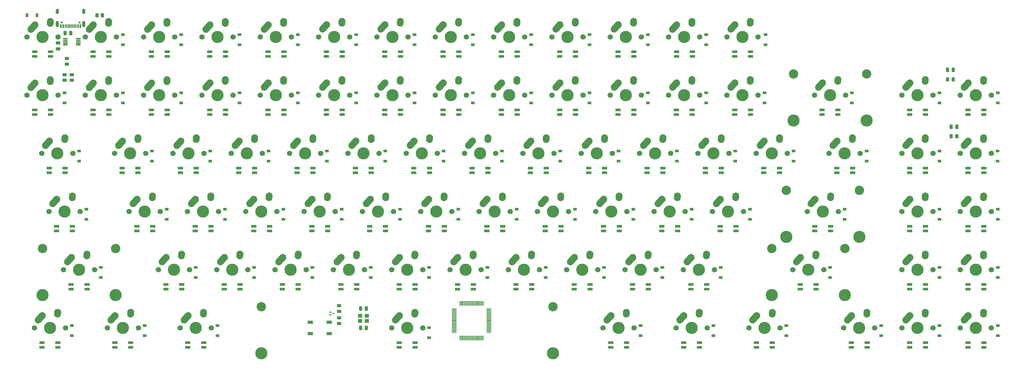
<source format=gbr>
%TF.GenerationSoftware,KiCad,Pcbnew,9.0.4*%
%TF.CreationDate,2025-09-14T19:43:05+01:00*%
%TF.ProjectId,keyboard,6b657962-6f61-4726-942e-6b696361645f,rev?*%
%TF.SameCoordinates,Original*%
%TF.FileFunction,Soldermask,Bot*%
%TF.FilePolarity,Negative*%
%FSLAX46Y46*%
G04 Gerber Fmt 4.6, Leading zero omitted, Abs format (unit mm)*
G04 Created by KiCad (PCBNEW 9.0.4) date 2025-09-14 19:43:05*
%MOMM*%
%LPD*%
G01*
G04 APERTURE LIST*
G04 Aperture macros list*
%AMRoundRect*
0 Rectangle with rounded corners*
0 $1 Rounding radius*
0 $2 $3 $4 $5 $6 $7 $8 $9 X,Y pos of 4 corners*
0 Add a 4 corners polygon primitive as box body*
4,1,4,$2,$3,$4,$5,$6,$7,$8,$9,$2,$3,0*
0 Add four circle primitives for the rounded corners*
1,1,$1+$1,$2,$3*
1,1,$1+$1,$4,$5*
1,1,$1+$1,$6,$7*
1,1,$1+$1,$8,$9*
0 Add four rect primitives between the rounded corners*
20,1,$1+$1,$2,$3,$4,$5,0*
20,1,$1+$1,$4,$5,$6,$7,0*
20,1,$1+$1,$6,$7,$8,$9,0*
20,1,$1+$1,$8,$9,$2,$3,0*%
%AMHorizOval*
0 Thick line with rounded ends*
0 $1 width*
0 $2 $3 position (X,Y) of the first rounded end (center of the circle)*
0 $4 $5 position (X,Y) of the second rounded end (center of the circle)*
0 Add line between two ends*
20,1,$1,$2,$3,$4,$5,0*
0 Add two circle primitives to create the rounded ends*
1,1,$1,$2,$3*
1,1,$1,$4,$5*%
G04 Aperture macros list end*
%ADD10C,1.750000*%
%ADD11C,3.987800*%
%ADD12HorizOval,2.250000X0.655001X0.730000X-0.655001X-0.730000X0*%
%ADD13C,2.250000*%
%ADD14HorizOval,2.250000X0.020000X0.290000X-0.020000X-0.290000X0*%
%ADD15C,3.048000*%
%ADD16R,1.700000X0.820000*%
%ADD17RoundRect,0.205000X-0.645000X-0.205000X0.645000X-0.205000X0.645000X0.205000X-0.645000X0.205000X0*%
%ADD18RoundRect,0.205000X0.645000X0.205000X-0.645000X0.205000X-0.645000X-0.205000X0.645000X-0.205000X0*%
%ADD19R,1.200000X0.900000*%
%ADD20RoundRect,0.250000X-0.450000X0.262500X-0.450000X-0.262500X0.450000X-0.262500X0.450000X0.262500X0*%
%ADD21R,1.400000X1.200000*%
%ADD22RoundRect,0.250000X0.250000X0.475000X-0.250000X0.475000X-0.250000X-0.475000X0.250000X-0.475000X0*%
%ADD23C,0.650000*%
%ADD24R,0.600000X1.240000*%
%ADD25R,0.300000X1.240000*%
%ADD26O,1.000000X1.800000*%
%ADD27O,1.000000X2.100000*%
%ADD28RoundRect,0.250000X-0.262500X-0.450000X0.262500X-0.450000X0.262500X0.450000X-0.262500X0.450000X0*%
%ADD29RoundRect,0.250000X0.450000X-0.262500X0.450000X0.262500X-0.450000X0.262500X-0.450000X-0.262500X0*%
%ADD30RoundRect,0.058800X0.691200X0.186200X-0.691200X0.186200X-0.691200X-0.186200X0.691200X-0.186200X0*%
%ADD31RoundRect,0.058800X-0.691200X-0.186200X0.691200X-0.186200X0.691200X0.186200X-0.691200X0.186200X0*%
%ADD32R,1.800000X1.100000*%
%ADD33RoundRect,0.250000X-0.250000X-0.475000X0.250000X-0.475000X0.250000X0.475000X-0.250000X0.475000X0*%
%ADD34RoundRect,0.028800X-0.301200X-0.131200X0.301200X-0.131200X0.301200X0.131200X-0.301200X0.131200X0*%
%ADD35RoundRect,0.046200X-0.283800X-0.163800X0.283800X-0.163800X0.283800X0.163800X-0.283800X0.163800X0*%
%ADD36RoundRect,0.075000X-0.075000X0.700000X-0.075000X-0.700000X0.075000X-0.700000X0.075000X0.700000X0*%
%ADD37RoundRect,0.075000X-0.700000X0.075000X-0.700000X-0.075000X0.700000X-0.075000X0.700000X0.075000X0*%
%ADD38RoundRect,0.250000X0.262500X0.450000X-0.262500X0.450000X-0.262500X-0.450000X0.262500X-0.450000X0*%
%ADD39R,0.900000X1.200000*%
%ADD40RoundRect,0.250000X0.475000X-0.250000X0.475000X0.250000X-0.475000X0.250000X-0.475000X-0.250000X0*%
%ADD41RoundRect,0.225000X0.375000X-0.225000X0.375000X0.225000X-0.375000X0.225000X-0.375000X-0.225000X0*%
G04 APERTURE END LIST*
D10*
%TO.C,MX_F9*%
X207645000Y-41275000D03*
D11*
X212725000Y-41275000D03*
D10*
X217805000Y-41275000D03*
D12*
X209570001Y-38005000D03*
D13*
X210225000Y-37275000D03*
D14*
X215245000Y-36485000D03*
D13*
X215265000Y-36195000D03*
%TD*%
D10*
%TO.C,MX_I1*%
X198120000Y-79375000D03*
D11*
X203200000Y-79375000D03*
D10*
X208280000Y-79375000D03*
D12*
X200045001Y-76105000D03*
D13*
X200700000Y-75375000D03*
D14*
X205720000Y-74585000D03*
D13*
X205740000Y-74295000D03*
%TD*%
D10*
%TO.C,MX_]1*%
X274320000Y-79375000D03*
D11*
X279400000Y-79375000D03*
D10*
X284480000Y-79375000D03*
D12*
X276245001Y-76105000D03*
D13*
X276900000Y-75375000D03*
D14*
X281920000Y-74585000D03*
D13*
X281940000Y-74295000D03*
%TD*%
D10*
%TO.C,MX_Left1*%
X302895000Y-136525000D03*
D11*
X307975000Y-136525000D03*
D10*
X313055000Y-136525000D03*
D12*
X304820001Y-133255000D03*
D13*
X305475000Y-132525000D03*
D14*
X310495000Y-131735000D03*
D13*
X310515000Y-131445000D03*
%TD*%
D10*
%TO.C,MX_R1*%
X121920000Y-79375000D03*
D11*
X127000000Y-79375000D03*
D10*
X132080000Y-79375000D03*
D12*
X123845001Y-76105000D03*
D13*
X124500000Y-75375000D03*
D14*
X129520000Y-74585000D03*
D13*
X129540000Y-74295000D03*
%TD*%
D10*
%TO.C,MX_F4*%
X112395000Y-41306250D03*
D11*
X117475000Y-41306250D03*
D10*
X122555000Y-41306250D03*
D12*
X114320001Y-38036250D03*
D13*
X114975000Y-37306250D03*
D14*
X119995000Y-36516250D03*
D13*
X120015000Y-36226250D03*
%TD*%
D10*
%TO.C,MX_F12*%
X264795000Y-41275000D03*
D11*
X269875000Y-41275000D03*
D10*
X274955000Y-41275000D03*
D12*
X266720001Y-38005000D03*
D13*
X267375000Y-37275000D03*
D14*
X272395000Y-36485000D03*
D13*
X272415000Y-36195000D03*
%TD*%
D10*
%TO.C,MX_N1*%
X174307500Y-117475000D03*
D11*
X179387500Y-117475000D03*
D10*
X184467500Y-117475000D03*
D12*
X176232501Y-114205000D03*
D13*
X176887500Y-113475000D03*
D14*
X181907500Y-112685000D03*
D13*
X181927500Y-112395000D03*
%TD*%
D10*
%TO.C,MX_T1*%
X140970000Y-79375000D03*
D11*
X146050000Y-79375000D03*
D10*
X151130000Y-79375000D03*
D12*
X142895001Y-76105000D03*
D13*
X143550000Y-75375000D03*
D14*
X148570000Y-74585000D03*
D13*
X148590000Y-74295000D03*
%TD*%
D10*
%TO.C,MX_Del1*%
X321945000Y-79375000D03*
D11*
X327025000Y-79375000D03*
D10*
X332105000Y-79375000D03*
D12*
X323870001Y-76105000D03*
D13*
X324525000Y-75375000D03*
D14*
X329545000Y-74585000D03*
D13*
X329565000Y-74295000D03*
%TD*%
D10*
%TO.C,MX_LAlt1*%
X86201250Y-136525000D03*
D11*
X91281250Y-136525000D03*
D10*
X96361250Y-136525000D03*
D12*
X88126251Y-133255000D03*
D13*
X88781250Y-132525000D03*
D14*
X93801250Y-131735000D03*
D13*
X93821250Y-131445000D03*
%TD*%
D10*
%TO.C,MX_Ins1*%
X321945000Y-60325000D03*
D11*
X327025000Y-60325000D03*
D10*
X332105000Y-60325000D03*
D12*
X323870001Y-57055000D03*
D13*
X324525000Y-56325000D03*
D14*
X329545000Y-55535000D03*
D13*
X329565000Y-55245000D03*
%TD*%
D10*
%TO.C,MX_9*%
X207645000Y-60325000D03*
D11*
X212725000Y-60325000D03*
D10*
X217805000Y-60325000D03*
D12*
X209570001Y-57055000D03*
D13*
X210225000Y-56325000D03*
D14*
X215245000Y-55535000D03*
D13*
X215265000Y-55245000D03*
%TD*%
D10*
%TO.C,MX_Y1*%
X160020000Y-79375000D03*
D11*
X165100000Y-79375000D03*
D10*
X170180000Y-79375000D03*
D12*
X161945001Y-76105000D03*
D13*
X162600000Y-75375000D03*
D14*
X167620000Y-74585000D03*
D13*
X167640000Y-74295000D03*
%TD*%
D10*
%TO.C,MX_F13*%
X126682500Y-98425000D03*
D11*
X131762500Y-98425000D03*
D10*
X136842500Y-98425000D03*
D12*
X128607501Y-95155000D03*
D13*
X129262500Y-94425000D03*
D14*
X134282500Y-93635000D03*
D13*
X134302500Y-93345000D03*
%TD*%
D10*
%TO.C,MX_F6*%
X150495000Y-41275000D03*
D11*
X155575000Y-41275000D03*
D10*
X160655000Y-41275000D03*
D12*
X152420001Y-38005000D03*
D13*
X153075000Y-37275000D03*
D14*
X158095000Y-36485000D03*
D13*
X158115000Y-36195000D03*
%TD*%
D15*
%TO.C,MX_RShift1*%
X279368250Y-110490000D03*
D11*
X279368250Y-125730000D03*
D10*
X286226250Y-117475000D03*
D11*
X291306250Y-117475000D03*
D10*
X296386250Y-117475000D03*
D15*
X303244250Y-110490000D03*
D11*
X303244250Y-125730000D03*
D12*
X288151251Y-114205000D03*
D13*
X288806250Y-113475000D03*
D14*
X293826250Y-112685000D03*
D13*
X293846250Y-112395000D03*
%TD*%
D10*
%TO.C,MX_3*%
X93345000Y-60325000D03*
D11*
X98425000Y-60325000D03*
D10*
X103505000Y-60325000D03*
D12*
X95270001Y-57055000D03*
D13*
X95925000Y-56325000D03*
D14*
X100945000Y-55535000D03*
D13*
X100965000Y-55245000D03*
%TD*%
D10*
%TO.C,MX_Tilda1*%
X36195000Y-60356250D03*
D11*
X41275000Y-60356250D03*
D10*
X46355000Y-60356250D03*
D12*
X38120001Y-57086250D03*
D13*
X38775000Y-56356250D03*
D14*
X43795000Y-55566250D03*
D13*
X43815000Y-55276250D03*
%TD*%
D10*
%TO.C,MX_RCtrl1*%
X271938750Y-136525000D03*
D11*
X277018750Y-136525000D03*
D10*
X282098750Y-136525000D03*
D12*
X273863751Y-133255000D03*
D13*
X274518750Y-132525000D03*
D14*
X279538750Y-131735000D03*
D13*
X279558750Y-131445000D03*
%TD*%
D10*
%TO.C,MX_W1*%
X83820000Y-79375000D03*
D11*
X88900000Y-79375000D03*
D10*
X93980000Y-79375000D03*
D12*
X85745001Y-76105000D03*
D13*
X86400000Y-75375000D03*
D14*
X91420000Y-74585000D03*
D13*
X91440000Y-74295000D03*
%TD*%
D10*
%TO.C,MX_LCtrl1*%
X38576250Y-136525000D03*
D11*
X43656250Y-136525000D03*
D10*
X48736250Y-136525000D03*
D12*
X40501251Y-133255000D03*
D13*
X41156250Y-132525000D03*
D14*
X46176250Y-131735000D03*
D13*
X46196250Y-131445000D03*
%TD*%
D10*
%TO.C,MX_'1*%
X260032500Y-98425000D03*
D11*
X265112500Y-98425000D03*
D10*
X270192500Y-98425000D03*
D12*
X261957501Y-95155000D03*
D13*
X262612500Y-94425000D03*
D14*
X267632500Y-93635000D03*
D13*
X267652500Y-93345000D03*
%TD*%
D10*
%TO.C,MX_J1*%
X183832500Y-98425000D03*
D11*
X188912500Y-98425000D03*
D10*
X193992500Y-98425000D03*
D12*
X185757501Y-95155000D03*
D13*
X186412500Y-94425000D03*
D14*
X191432500Y-93635000D03*
D13*
X191452500Y-93345000D03*
%TD*%
D15*
%TO.C,MX_LShift1*%
X41243250Y-110490000D03*
D11*
X41243250Y-125730000D03*
D10*
X48101250Y-117475000D03*
D11*
X53181250Y-117475000D03*
D10*
X58261250Y-117475000D03*
D15*
X65119250Y-110490000D03*
D11*
X65119250Y-125730000D03*
D12*
X50026251Y-114205000D03*
D13*
X50681250Y-113475000D03*
D14*
X55701250Y-112685000D03*
D13*
X55721250Y-112395000D03*
%TD*%
D10*
%TO.C,MX_4*%
X112395000Y-60325000D03*
D11*
X117475000Y-60325000D03*
D10*
X122555000Y-60325000D03*
D12*
X114320001Y-57055000D03*
D13*
X114975000Y-56325000D03*
D14*
X119995000Y-55535000D03*
D13*
X120015000Y-55245000D03*
%TD*%
D10*
%TO.C,MX_[1*%
X255270000Y-79375000D03*
D11*
X260350000Y-79375000D03*
D10*
X265430000Y-79375000D03*
D12*
X257195001Y-76105000D03*
D13*
X257850000Y-75375000D03*
D14*
X262870000Y-74585000D03*
D13*
X262890000Y-74295000D03*
%TD*%
D10*
%TO.C,MX_.1*%
X231457500Y-117475000D03*
D11*
X236537500Y-117475000D03*
D10*
X241617500Y-117475000D03*
D12*
X233382501Y-114205000D03*
D13*
X234037500Y-113475000D03*
D14*
X239057500Y-112685000D03*
D13*
X239077500Y-112395000D03*
%TD*%
D10*
%TO.C,MX_Up1*%
X321945000Y-117475000D03*
D11*
X327025000Y-117475000D03*
D10*
X332105000Y-117475000D03*
D12*
X323870001Y-114205000D03*
D13*
X324525000Y-113475000D03*
D14*
X329545000Y-112685000D03*
D13*
X329565000Y-112395000D03*
%TD*%
D10*
%TO.C,MX_2*%
X74295000Y-60356250D03*
D11*
X79375000Y-60356250D03*
D10*
X84455000Y-60356250D03*
D12*
X76220001Y-57086250D03*
D13*
X76875000Y-56356250D03*
D14*
X81895000Y-55566250D03*
D13*
X81915000Y-55276250D03*
%TD*%
D10*
%TO.C,MX_Esc1*%
X36195000Y-41306250D03*
D11*
X41275000Y-41306250D03*
D10*
X46355000Y-41306250D03*
D12*
X38120001Y-38036250D03*
D13*
X38775000Y-37306250D03*
D14*
X43795000Y-36516250D03*
D13*
X43815000Y-36226250D03*
%TD*%
D10*
%TO.C,MX_X1*%
X98107500Y-117475000D03*
D11*
X103187500Y-117475000D03*
D10*
X108267500Y-117475000D03*
D12*
X100032501Y-114205000D03*
D13*
X100687500Y-113475000D03*
D14*
X105707500Y-112685000D03*
D13*
X105727500Y-112395000D03*
%TD*%
D10*
%TO.C,MX_Z1*%
X79057500Y-117475000D03*
D11*
X84137500Y-117475000D03*
D10*
X89217500Y-117475000D03*
D12*
X80982501Y-114205000D03*
D13*
X81637500Y-113475000D03*
D14*
X86657500Y-112685000D03*
D13*
X86677500Y-112395000D03*
%TD*%
D10*
%TO.C,MX_7*%
X169545000Y-60325000D03*
D11*
X174625000Y-60325000D03*
D10*
X179705000Y-60325000D03*
D12*
X171470001Y-57055000D03*
D13*
X172125000Y-56325000D03*
D14*
X177145000Y-55535000D03*
D13*
X177165000Y-55245000D03*
%TD*%
D10*
%TO.C,MX_End1*%
X340995000Y-79375000D03*
D11*
X346075000Y-79375000D03*
D10*
X351155000Y-79375000D03*
D12*
X342920001Y-76105000D03*
D13*
X343575000Y-75375000D03*
D14*
X348595000Y-74585000D03*
D13*
X348615000Y-74295000D03*
%TD*%
D10*
%TO.C,MX_B1*%
X155257500Y-117475000D03*
D11*
X160337500Y-117475000D03*
D10*
X165417500Y-117475000D03*
D12*
X157182501Y-114205000D03*
D13*
X157837500Y-113475000D03*
D14*
X162857500Y-112685000D03*
D13*
X162877500Y-112395000D03*
%TD*%
D10*
%TO.C,MX_D1*%
X107632500Y-98425000D03*
D11*
X112712500Y-98425000D03*
D10*
X117792500Y-98425000D03*
D12*
X109557501Y-95155000D03*
D13*
X110212500Y-94425000D03*
D14*
X115232500Y-93635000D03*
D13*
X115252500Y-93345000D03*
%TD*%
D10*
%TO.C,MX_F1*%
X55245000Y-41306250D03*
D11*
X60325000Y-41306250D03*
D10*
X65405000Y-41306250D03*
D12*
X57170001Y-38036250D03*
D13*
X57825000Y-37306250D03*
D14*
X62845000Y-36516250D03*
D13*
X62865000Y-36226250D03*
%TD*%
D10*
%TO.C,MX_V1*%
X136207500Y-117475000D03*
D11*
X141287500Y-117475000D03*
D10*
X146367500Y-117475000D03*
D12*
X138132501Y-114205000D03*
D13*
X138787500Y-113475000D03*
D14*
X143807500Y-112685000D03*
D13*
X143827500Y-112395000D03*
%TD*%
D10*
%TO.C,MX_5*%
X131445000Y-60325000D03*
D11*
X136525000Y-60325000D03*
D10*
X141605000Y-60325000D03*
D12*
X133370001Y-57055000D03*
D13*
X134025000Y-56325000D03*
D14*
X139045000Y-55535000D03*
D13*
X139065000Y-55245000D03*
%TD*%
D10*
%TO.C,MX_PtrSc1*%
X321945000Y-98425000D03*
D11*
X327025000Y-98425000D03*
D10*
X332105000Y-98425000D03*
D12*
X323870001Y-95155000D03*
D13*
X324525000Y-94425000D03*
D14*
X329545000Y-93635000D03*
D13*
X329565000Y-93345000D03*
%TD*%
D10*
%TO.C,MX_1*%
X55245000Y-60356250D03*
D11*
X60325000Y-60356250D03*
D10*
X65405000Y-60356250D03*
D12*
X57170001Y-57086250D03*
D13*
X57825000Y-56356250D03*
D14*
X62845000Y-55566250D03*
D13*
X62865000Y-55276250D03*
%TD*%
D10*
%TO.C,MX_PgDn1*%
X340995000Y-117475000D03*
D11*
X346075000Y-117475000D03*
D10*
X351155000Y-117475000D03*
D12*
X342920001Y-114205000D03*
D13*
X343575000Y-113475000D03*
D14*
X348595000Y-112685000D03*
D13*
X348615000Y-112395000D03*
%TD*%
D10*
%TO.C,MX_F8*%
X188595000Y-41306250D03*
D11*
X193675000Y-41306250D03*
D10*
X198755000Y-41306250D03*
D12*
X190520001Y-38036250D03*
D13*
X191175000Y-37306250D03*
D14*
X196195000Y-36516250D03*
D13*
X196215000Y-36226250D03*
%TD*%
D15*
%TO.C,MX_BckSpace1*%
X286512000Y-53340000D03*
D11*
X286512000Y-68580000D03*
D10*
X293370000Y-60325000D03*
D11*
X298450000Y-60325000D03*
D10*
X303530000Y-60325000D03*
D15*
X310388000Y-53340000D03*
D11*
X310388000Y-68580000D03*
D12*
X295295001Y-57055000D03*
D13*
X295950000Y-56325000D03*
D14*
X300970000Y-55535000D03*
D13*
X300990000Y-55245000D03*
%TD*%
D15*
%TO.C,MX_Space1*%
X112712500Y-129540000D03*
D11*
X112712500Y-144780000D03*
D10*
X155257500Y-136525000D03*
D11*
X160337500Y-136525000D03*
D10*
X165417500Y-136525000D03*
D15*
X207962500Y-129540000D03*
D11*
X207962500Y-144780000D03*
D12*
X157182501Y-133255000D03*
D13*
X157837500Y-132525000D03*
D14*
X162857500Y-131735000D03*
D13*
X162877500Y-131445000D03*
%TD*%
D10*
%TO.C,MX_H1*%
X164782500Y-98425000D03*
D11*
X169862500Y-98425000D03*
D10*
X174942500Y-98425000D03*
D12*
X166707501Y-95155000D03*
D13*
X167362500Y-94425000D03*
D14*
X172382500Y-93635000D03*
D13*
X172402500Y-93345000D03*
%TD*%
D10*
%TO.C,MX_Caps1*%
X43338750Y-98425000D03*
D11*
X48418750Y-98425000D03*
D10*
X53498750Y-98425000D03*
D12*
X45263751Y-95155000D03*
D13*
X45918750Y-94425000D03*
D14*
X50938750Y-93635000D03*
D13*
X50958750Y-93345000D03*
%TD*%
D10*
%TO.C,MX_6*%
X150495000Y-60325000D03*
D11*
X155575000Y-60325000D03*
D10*
X160655000Y-60325000D03*
D12*
X152420001Y-57055000D03*
D13*
X153075000Y-56325000D03*
D14*
X158095000Y-55535000D03*
D13*
X158115000Y-55245000D03*
%TD*%
D10*
%TO.C,MX_RAlt1*%
X224313750Y-136525000D03*
D11*
X229393750Y-136525000D03*
D10*
X234473750Y-136525000D03*
D12*
X226238751Y-133255000D03*
D13*
X226893750Y-132525000D03*
D14*
X231913750Y-131735000D03*
D13*
X231933750Y-131445000D03*
%TD*%
D10*
%TO.C,MX_LWin1*%
X62388750Y-136525000D03*
D11*
X67468750Y-136525000D03*
D10*
X72548750Y-136525000D03*
D12*
X64313751Y-133255000D03*
D13*
X64968750Y-132525000D03*
D14*
X69988750Y-131735000D03*
D13*
X70008750Y-131445000D03*
%TD*%
D10*
%TO.C,MX_C1*%
X117157500Y-117475000D03*
D11*
X122237500Y-117475000D03*
D10*
X127317500Y-117475000D03*
D12*
X119082501Y-114205000D03*
D13*
X119737500Y-113475000D03*
D14*
X124757500Y-112685000D03*
D13*
X124777500Y-112395000D03*
%TD*%
D10*
%TO.C,MX_F7*%
X169545000Y-41275000D03*
D11*
X174625000Y-41275000D03*
D10*
X179705000Y-41275000D03*
D12*
X171470001Y-38005000D03*
D13*
X172125000Y-37275000D03*
D14*
X177145000Y-36485000D03*
D13*
X177165000Y-36195000D03*
%TD*%
D10*
%TO.C,MX_F11*%
X245745000Y-41306250D03*
D11*
X250825000Y-41306250D03*
D10*
X255905000Y-41306250D03*
D12*
X247670001Y-38036250D03*
D13*
X248325000Y-37306250D03*
D14*
X253345000Y-36516250D03*
D13*
X253365000Y-36226250D03*
%TD*%
D10*
%TO.C,MX_M1*%
X193357500Y-117475000D03*
D11*
X198437500Y-117475000D03*
D10*
X203517500Y-117475000D03*
D12*
X195282501Y-114205000D03*
D13*
X195937500Y-113475000D03*
D14*
X200957500Y-112685000D03*
D13*
X200977500Y-112395000D03*
%TD*%
D10*
%TO.C,MX_Q1*%
X64770000Y-79375000D03*
D11*
X69850000Y-79375000D03*
D10*
X74930000Y-79375000D03*
D12*
X66695001Y-76105000D03*
D13*
X67350000Y-75375000D03*
D14*
X72370000Y-74585000D03*
D13*
X72390000Y-74295000D03*
%TD*%
D10*
%TO.C,MX_-1*%
X245745000Y-60325000D03*
D11*
X250825000Y-60325000D03*
D10*
X255905000Y-60325000D03*
D12*
X247670001Y-57055000D03*
D13*
X248325000Y-56325000D03*
D14*
X253345000Y-55535000D03*
D13*
X253365000Y-55245000D03*
%TD*%
D10*
%TO.C,MX_E1*%
X102870000Y-79375000D03*
D11*
X107950000Y-79375000D03*
D10*
X113030000Y-79375000D03*
D12*
X104795001Y-76105000D03*
D13*
X105450000Y-75375000D03*
D14*
X110470000Y-74585000D03*
D13*
X110490000Y-74295000D03*
%TD*%
D10*
%TO.C,MX_A1*%
X69532500Y-98425000D03*
D11*
X74612500Y-98425000D03*
D10*
X79692500Y-98425000D03*
D12*
X71457501Y-95155000D03*
D13*
X72112500Y-94425000D03*
D14*
X77132500Y-93635000D03*
D13*
X77152500Y-93345000D03*
%TD*%
D10*
%TO.C,MX_Tab1*%
X40957500Y-79375000D03*
D11*
X46037500Y-79375000D03*
D10*
X51117500Y-79375000D03*
D12*
X42882501Y-76105000D03*
D13*
X43537500Y-75375000D03*
D14*
X48557500Y-74585000D03*
D13*
X48577500Y-74295000D03*
%TD*%
D10*
%TO.C,MX_O1*%
X217170000Y-79375000D03*
D11*
X222250000Y-79375000D03*
D10*
X227330000Y-79375000D03*
D12*
X219095001Y-76105000D03*
D13*
X219750000Y-75375000D03*
D14*
X224770000Y-74585000D03*
D13*
X224790000Y-74295000D03*
%TD*%
D10*
%TO.C,MX_Right1*%
X340995000Y-136525000D03*
D11*
X346075000Y-136525000D03*
D10*
X351155000Y-136525000D03*
D12*
X342920001Y-133255000D03*
D13*
X343575000Y-132525000D03*
D14*
X348595000Y-131735000D03*
D13*
X348615000Y-131445000D03*
%TD*%
D10*
%TO.C,MX_U1*%
X179070000Y-79375000D03*
D11*
X184150000Y-79375000D03*
D10*
X189230000Y-79375000D03*
D12*
X180995001Y-76105000D03*
D13*
X181650000Y-75375000D03*
D14*
X186670000Y-74585000D03*
D13*
X186690000Y-74295000D03*
%TD*%
D10*
%TO.C,MX_\u005C1*%
X298132500Y-79375000D03*
D11*
X303212500Y-79375000D03*
D10*
X308292500Y-79375000D03*
D12*
X300057501Y-76105000D03*
D13*
X300712500Y-75375000D03*
D14*
X305732500Y-74585000D03*
D13*
X305752500Y-74295000D03*
%TD*%
D10*
%TO.C,MX_PgUp1*%
X340995000Y-98425000D03*
D11*
X346075000Y-98425000D03*
D10*
X351155000Y-98425000D03*
D12*
X342920001Y-95155000D03*
D13*
X343575000Y-94425000D03*
D14*
X348595000Y-93635000D03*
D13*
X348615000Y-93345000D03*
%TD*%
D10*
%TO.C,MX_F3*%
X93345000Y-41306250D03*
D11*
X98425000Y-41306250D03*
D10*
X103505000Y-41306250D03*
D12*
X95270001Y-38036250D03*
D13*
X95925000Y-37306250D03*
D14*
X100945000Y-36516250D03*
D13*
X100965000Y-36226250D03*
%TD*%
D10*
%TO.C,MX_;1*%
X240982500Y-98425000D03*
D11*
X246062500Y-98425000D03*
D10*
X251142500Y-98425000D03*
D12*
X242907501Y-95155000D03*
D13*
X243562500Y-94425000D03*
D14*
X248582500Y-93635000D03*
D13*
X248602500Y-93345000D03*
%TD*%
D10*
%TO.C,MX_P1*%
X236220000Y-79375000D03*
D11*
X241300000Y-79375000D03*
D10*
X246380000Y-79375000D03*
D12*
X238145001Y-76105000D03*
D13*
X238800000Y-75375000D03*
D14*
X243820000Y-74585000D03*
D13*
X243840000Y-74295000D03*
%TD*%
D10*
%TO.C,MX_Down1*%
X321945000Y-136525000D03*
D11*
X327025000Y-136525000D03*
D10*
X332105000Y-136525000D03*
D12*
X323870001Y-133255000D03*
D13*
X324525000Y-132525000D03*
D14*
X329545000Y-131735000D03*
D13*
X329565000Y-131445000D03*
%TD*%
D10*
%TO.C,MX_F5*%
X131445000Y-41275000D03*
D11*
X136525000Y-41275000D03*
D10*
X141605000Y-41275000D03*
D12*
X133370001Y-38005000D03*
D13*
X134025000Y-37275000D03*
D14*
X139045000Y-36485000D03*
D13*
X139065000Y-36195000D03*
%TD*%
D15*
%TO.C,MX_Enter1*%
X284130750Y-91440000D03*
D11*
X284130750Y-106680000D03*
D10*
X290988750Y-98425000D03*
D11*
X296068750Y-98425000D03*
D10*
X301148750Y-98425000D03*
D15*
X308006750Y-91440000D03*
D11*
X308006750Y-106680000D03*
D12*
X292913751Y-95155000D03*
D13*
X293568750Y-94425000D03*
D14*
X298588750Y-93635000D03*
D13*
X298608750Y-93345000D03*
%TD*%
D10*
%TO.C,MX_\u002C1*%
X212407500Y-117475000D03*
D11*
X217487500Y-117475000D03*
D10*
X222567500Y-117475000D03*
D12*
X214332501Y-114205000D03*
D13*
X214987500Y-113475000D03*
D14*
X220007500Y-112685000D03*
D13*
X220027500Y-112395000D03*
%TD*%
D10*
%TO.C,MX_G1*%
X145732500Y-98425000D03*
D11*
X150812500Y-98425000D03*
D10*
X155892500Y-98425000D03*
D12*
X147657501Y-95155000D03*
D13*
X148312500Y-94425000D03*
D14*
X153332500Y-93635000D03*
D13*
X153352500Y-93345000D03*
%TD*%
D10*
%TO.C,MX_F2*%
X74295000Y-41306250D03*
D11*
X79375000Y-41306250D03*
D10*
X84455000Y-41306250D03*
D12*
X76220001Y-38036250D03*
D13*
X76875000Y-37306250D03*
D14*
X81895000Y-36516250D03*
D13*
X81915000Y-36226250D03*
%TD*%
D10*
%TO.C,MX_=1*%
X264795000Y-60325000D03*
D11*
X269875000Y-60325000D03*
D10*
X274955000Y-60325000D03*
D12*
X266720001Y-57055000D03*
D13*
X267375000Y-56325000D03*
D14*
X272395000Y-55535000D03*
D13*
X272415000Y-55245000D03*
%TD*%
D10*
%TO.C,MX_0*%
X226695000Y-60325000D03*
D11*
X231775000Y-60325000D03*
D10*
X236855000Y-60325000D03*
D12*
X228620001Y-57055000D03*
D13*
X229275000Y-56325000D03*
D14*
X234295000Y-55535000D03*
D13*
X234315000Y-55245000D03*
%TD*%
D10*
%TO.C,MX_S1*%
X88582500Y-98425000D03*
D11*
X93662500Y-98425000D03*
D10*
X98742500Y-98425000D03*
D12*
X90507501Y-95155000D03*
D13*
X91162500Y-94425000D03*
D14*
X96182500Y-93635000D03*
D13*
X96202500Y-93345000D03*
%TD*%
D10*
%TO.C,MX_RWin1*%
X248126250Y-136525000D03*
D11*
X253206250Y-136525000D03*
D10*
X258286250Y-136525000D03*
D12*
X250051251Y-133255000D03*
D13*
X250706250Y-132525000D03*
D14*
X255726250Y-131735000D03*
D13*
X255746250Y-131445000D03*
%TD*%
D10*
%TO.C,MX_8*%
X188595000Y-60325000D03*
D11*
X193675000Y-60325000D03*
D10*
X198755000Y-60325000D03*
D12*
X190520001Y-57055000D03*
D13*
X191175000Y-56325000D03*
D14*
X196195000Y-55535000D03*
D13*
X196215000Y-55245000D03*
%TD*%
D10*
%TO.C,MX_K1*%
X202882500Y-98425000D03*
D11*
X207962500Y-98425000D03*
D10*
X213042500Y-98425000D03*
D12*
X204807501Y-95155000D03*
D13*
X205462500Y-94425000D03*
D14*
X210482500Y-93635000D03*
D13*
X210502500Y-93345000D03*
%TD*%
D10*
%TO.C,MX_L1*%
X221932500Y-98425000D03*
D11*
X227012500Y-98425000D03*
D10*
X232092500Y-98425000D03*
D12*
X223857501Y-95155000D03*
D13*
X224512500Y-94425000D03*
D14*
X229532500Y-93635000D03*
D13*
X229552500Y-93345000D03*
%TD*%
D10*
%TO.C,MX_F10*%
X226695000Y-41275000D03*
D11*
X231775000Y-41275000D03*
D10*
X236855000Y-41275000D03*
D12*
X228620001Y-38005000D03*
D13*
X229275000Y-37275000D03*
D14*
X234295000Y-36485000D03*
D13*
X234315000Y-36195000D03*
%TD*%
D10*
%TO.C,MX_Home1*%
X340995000Y-60325000D03*
D11*
X346075000Y-60325000D03*
D10*
X351155000Y-60325000D03*
D12*
X342920001Y-57055000D03*
D13*
X343575000Y-56325000D03*
D14*
X348595000Y-55535000D03*
D13*
X348615000Y-55245000D03*
%TD*%
D10*
%TO.C,MX_/1*%
X250507500Y-117475000D03*
D11*
X255587500Y-117475000D03*
D10*
X260667500Y-117475000D03*
D12*
X252432501Y-114205000D03*
D13*
X253087500Y-113475000D03*
D14*
X258107500Y-112685000D03*
D13*
X258127500Y-112395000D03*
%TD*%
D16*
%TO.C,LED_=1*%
X267284200Y-65131250D03*
X267284200Y-66631250D03*
D17*
X272465800Y-66631250D03*
D16*
X272465800Y-65131250D03*
%TD*%
%TO.C,LED_RSHIFT1*%
X293897050Y-123781250D03*
X293897050Y-122281250D03*
D18*
X288715450Y-122281250D03*
D16*
X288715450Y-123781250D03*
%TD*%
D19*
%TO.C,D41*%
X186531250Y-120014000D03*
X186531250Y-116714000D03*
%TD*%
D20*
%TO.C,R5*%
X49212500Y-48300000D03*
X49212500Y-50125000D03*
%TD*%
D16*
%TO.C,LED_B1*%
X162928300Y-123781250D03*
X162928300Y-122281250D03*
D18*
X157746700Y-122281250D03*
D16*
X157746700Y-123781250D03*
%TD*%
%TO.C,LED_CAPS1*%
X45827950Y-103231250D03*
X45827950Y-104731250D03*
D17*
X51009550Y-104731250D03*
D16*
X51009550Y-103231250D03*
%TD*%
D19*
%TO.C,D5*%
X53181250Y-81914000D03*
X53181250Y-78614000D03*
%TD*%
%TO.C,D12*%
X74612500Y-139064000D03*
X74612500Y-135764000D03*
%TD*%
D16*
%TO.C,LED_-1*%
X248234200Y-65131250D03*
X248234200Y-66631250D03*
D17*
X253415800Y-66631250D03*
D16*
X253415800Y-65131250D03*
%TD*%
D19*
%TO.C,D21*%
X115093750Y-81914000D03*
X115093750Y-78614000D03*
%TD*%
D16*
%TO.C,LED_]1*%
X281990800Y-85681250D03*
X281990800Y-84181250D03*
D18*
X276809200Y-84181250D03*
D16*
X276809200Y-85681250D03*
%TD*%
D19*
%TO.C,D86*%
X334168750Y-62864000D03*
X334168750Y-59564000D03*
%TD*%
D16*
%TO.C,LED_Home1*%
X343484200Y-65131250D03*
X343484200Y-66631250D03*
D17*
X348665800Y-66631250D03*
D16*
X348665800Y-65131250D03*
%TD*%
D19*
%TO.C,D60*%
X353218750Y-139064000D03*
X353218750Y-135764000D03*
%TD*%
%TO.C,D33*%
X153193750Y-81914000D03*
X153193750Y-78614000D03*
%TD*%
D16*
%TO.C,LED_F1*%
X62915800Y-47581250D03*
X62915800Y-46081250D03*
D18*
X57734200Y-46081250D03*
D16*
X57734200Y-47581250D03*
%TD*%
%TO.C,LED_M1*%
X201028300Y-123781250D03*
X201028300Y-122281250D03*
D18*
X195846700Y-122281250D03*
D16*
X195846700Y-123781250D03*
%TD*%
D19*
%TO.C,D62*%
X238918750Y-62864000D03*
X238918750Y-59564000D03*
%TD*%
D16*
%TO.C,LED_L1*%
X224421700Y-103231250D03*
X224421700Y-104731250D03*
D17*
X229603300Y-104731250D03*
D16*
X229603300Y-103231250D03*
%TD*%
%TO.C,LED_LSHIFT1*%
X55772050Y-123781250D03*
X55772050Y-122281250D03*
D18*
X50590450Y-122281250D03*
D16*
X50590450Y-123781250D03*
%TD*%
D19*
%TO.C,D15*%
X96043750Y-81914000D03*
X96043750Y-78614000D03*
%TD*%
D21*
%TO.C,Y1*%
X147150000Y-134200000D03*
X144950000Y-134200000D03*
X144950000Y-132500000D03*
X147150000Y-132500000D03*
%TD*%
D19*
%TO.C,D18*%
X98425000Y-139064000D03*
X98425000Y-135764000D03*
%TD*%
%TO.C,D10*%
X81756250Y-100964000D03*
X81756250Y-97664000D03*
%TD*%
D16*
%TO.C,LED_Ins1*%
X324434200Y-65131250D03*
X324434200Y-66631250D03*
D17*
X329615800Y-66631250D03*
D16*
X329615800Y-65131250D03*
%TD*%
%TO.C,LED_Del1*%
X329615800Y-85681250D03*
X329615800Y-84181250D03*
D18*
X324434200Y-84181250D03*
D16*
X324434200Y-85681250D03*
%TD*%
%TO.C,LED_F13*%
X129171700Y-103231250D03*
X129171700Y-104731250D03*
D17*
X134353300Y-104731250D03*
D16*
X134353300Y-103231250D03*
%TD*%
%TO.C,LED_F9*%
X215315800Y-47581250D03*
X215315800Y-46081250D03*
D18*
X210134200Y-46081250D03*
D16*
X210134200Y-47581250D03*
%TD*%
D19*
%TO.C,D20*%
X105568750Y-62864000D03*
X105568750Y-59564000D03*
%TD*%
D16*
%TO.C,LED_F6*%
X158165800Y-47581250D03*
X158165800Y-46081250D03*
D18*
X152984200Y-46081250D03*
D16*
X152984200Y-47581250D03*
%TD*%
D19*
%TO.C,D22*%
X119856250Y-100964000D03*
X119856250Y-97664000D03*
%TD*%
D22*
%TO.C,C2*%
X147000000Y-130175000D03*
X145100000Y-130175000D03*
%TD*%
D16*
%TO.C,LED_F8*%
X196265800Y-47581250D03*
X196265800Y-46081250D03*
D18*
X191084200Y-46081250D03*
D16*
X191084200Y-47581250D03*
%TD*%
%TO.C,LED_UP1*%
X329615800Y-123781250D03*
X329615800Y-122281250D03*
D18*
X324434200Y-122281250D03*
D16*
X324434200Y-123781250D03*
%TD*%
%TO.C,LED_I1*%
X205790800Y-85681250D03*
X205790800Y-84181250D03*
D18*
X200609200Y-84181250D03*
D16*
X200609200Y-85681250D03*
%TD*%
D23*
%TO.C,J3*%
X47529000Y-36560000D03*
X53309000Y-36560000D03*
D24*
X47219000Y-37680000D03*
X48019000Y-37680000D03*
D25*
X49169000Y-37680000D03*
X50169000Y-37680000D03*
X50669000Y-37680000D03*
X51669000Y-37680000D03*
D24*
X52819000Y-37680000D03*
X53619000Y-37680000D03*
X53619000Y-37680000D03*
X52819000Y-37680000D03*
D25*
X52169000Y-37680000D03*
X51169000Y-37680000D03*
X49669000Y-37680000D03*
X48669000Y-37680000D03*
D24*
X48019000Y-37680000D03*
X47219000Y-37680000D03*
D26*
X46099000Y-32880000D03*
D27*
X46099000Y-37080000D03*
D26*
X54739000Y-32880000D03*
D27*
X54739000Y-37080000D03*
%TD*%
D19*
%TO.C,D47*%
X205581250Y-120014000D03*
X205581250Y-116714000D03*
%TD*%
%TO.C,D11*%
X91281250Y-120014000D03*
X91281250Y-116714000D03*
%TD*%
D16*
%TO.C,LED_\u005C1*%
X305803300Y-85681250D03*
X305803300Y-84181250D03*
D18*
X300621700Y-84181250D03*
D16*
X300621700Y-85681250D03*
%TD*%
D19*
%TO.C,D61*%
X238918750Y-43814000D03*
X238918750Y-40514000D03*
%TD*%
%TO.C,D67*%
X257968750Y-43814000D03*
X257968750Y-40514000D03*
%TD*%
D16*
%TO.C,LED_Y1*%
X167690800Y-85681250D03*
X167690800Y-84181250D03*
D18*
X162509200Y-84181250D03*
D16*
X162509200Y-85681250D03*
%TD*%
%TO.C,LED_5*%
X133934200Y-65131250D03*
X133934200Y-66631250D03*
D17*
X139115800Y-66631250D03*
D16*
X139115800Y-65131250D03*
%TD*%
D19*
%TO.C,D34*%
X157956250Y-100964000D03*
X157956250Y-97664000D03*
%TD*%
D16*
%TO.C,LED_T1*%
X148640800Y-85681250D03*
X148640800Y-84181250D03*
D18*
X143459200Y-84181250D03*
D16*
X143459200Y-85681250D03*
%TD*%
%TO.C,LED_K1*%
X205371700Y-103231250D03*
X205371700Y-104731250D03*
D17*
X210553300Y-104731250D03*
D16*
X210553300Y-103231250D03*
%TD*%
D19*
%TO.C,D71*%
X298450000Y-120014000D03*
X298450000Y-116714000D03*
%TD*%
%TO.C,D26*%
X124618750Y-62864000D03*
X124618750Y-59564000D03*
%TD*%
%TO.C,D77*%
X334168750Y-120014000D03*
X334168750Y-116714000D03*
%TD*%
D20*
%TO.C,R3*%
X50800000Y-53594000D03*
X50800000Y-55419000D03*
%TD*%
D16*
%TO.C,LED_F2*%
X81965800Y-47581250D03*
X81965800Y-46081250D03*
D18*
X76784200Y-46081250D03*
D16*
X76784200Y-47581250D03*
%TD*%
D19*
%TO.C,D7*%
X60325000Y-120014000D03*
X60325000Y-116714000D03*
%TD*%
D16*
%TO.C,LED_\u002C1*%
X220078300Y-123781250D03*
X220078300Y-122281250D03*
D18*
X214896700Y-122281250D03*
D16*
X214896700Y-123781250D03*
%TD*%
%TO.C,LED_SPACE1*%
X157746700Y-141331250D03*
X157746700Y-142831250D03*
D17*
X162928300Y-142831250D03*
D16*
X162928300Y-141331250D03*
%TD*%
D19*
%TO.C,D29*%
X148431250Y-120014000D03*
X148431250Y-116714000D03*
%TD*%
%TO.C,D80*%
X305593750Y-62864000D03*
X305593750Y-59564000D03*
%TD*%
D16*
%TO.C,LED_.1*%
X239128300Y-123781250D03*
X239128300Y-122281250D03*
D18*
X233946700Y-122281250D03*
D16*
X233946700Y-123781250D03*
%TD*%
%TO.C,LED_PRTSCN1*%
X324434200Y-103231250D03*
X324434200Y-104731250D03*
D17*
X329615800Y-104731250D03*
D16*
X329615800Y-103231250D03*
%TD*%
%TO.C,LED_7*%
X172034200Y-65131250D03*
X172034200Y-66631250D03*
D17*
X177215800Y-66631250D03*
D16*
X177215800Y-65131250D03*
%TD*%
D19*
%TO.C,D76*%
X303212500Y-100964000D03*
X303212500Y-97664000D03*
%TD*%
D16*
%TO.C,LED_6*%
X152984200Y-65131250D03*
X152984200Y-66631250D03*
D17*
X158165800Y-66631250D03*
D16*
X158165800Y-65131250D03*
%TD*%
%TO.C,LED_Tilda1*%
X38684200Y-65131250D03*
X38684200Y-66631250D03*
D17*
X43865800Y-66631250D03*
D16*
X43865800Y-65131250D03*
%TD*%
%TO.C,LED_G1*%
X148100450Y-103231250D03*
X148100450Y-104731250D03*
D17*
X153282050Y-104731250D03*
D16*
X153282050Y-103231250D03*
%TD*%
D19*
%TO.C,D38*%
X162718750Y-62864000D03*
X162718750Y-59564000D03*
%TD*%
D16*
%TO.C,LED_F5*%
X139115800Y-47581250D03*
X139115800Y-46081250D03*
D18*
X133934200Y-46081250D03*
D16*
X133934200Y-47581250D03*
%TD*%
D19*
%TO.C,D51*%
X210343750Y-81914000D03*
X210343750Y-78614000D03*
%TD*%
D16*
%TO.C,LED_RIGHT1*%
X343484200Y-141331250D03*
X343484200Y-142831250D03*
D17*
X348665800Y-142831250D03*
D16*
X348665800Y-141331250D03*
%TD*%
D19*
%TO.C,D24*%
X167481250Y-139762500D03*
X167481250Y-136462500D03*
%TD*%
%TO.C,D55*%
X219868750Y-43814000D03*
X219868750Y-40514000D03*
%TD*%
%TO.C,D63*%
X248443750Y-81914000D03*
X248443750Y-78614000D03*
%TD*%
D16*
%TO.C,LED_F10*%
X234365800Y-47581250D03*
X234365800Y-46081250D03*
D18*
X229184200Y-46081250D03*
D16*
X229184200Y-47581250D03*
%TD*%
%TO.C,LED_Z1*%
X86728300Y-123781250D03*
X86728300Y-122281250D03*
D18*
X81546700Y-122281250D03*
D16*
X81546700Y-123781250D03*
%TD*%
%TO.C,LED_P1*%
X243890800Y-85681250D03*
X243890800Y-84181250D03*
D18*
X238709200Y-84181250D03*
D16*
X238709200Y-85681250D03*
%TD*%
D19*
%TO.C,D23*%
X129381250Y-120014000D03*
X129381250Y-116714000D03*
%TD*%
D16*
%TO.C,LED_LEFT1*%
X305384200Y-141331250D03*
X305384200Y-142831250D03*
D17*
X310565800Y-142831250D03*
D16*
X310565800Y-141331250D03*
%TD*%
%TO.C,LED_9*%
X210134200Y-65131250D03*
X210134200Y-66631250D03*
D17*
X215315800Y-66631250D03*
D16*
X215315800Y-65131250D03*
%TD*%
D19*
%TO.C,D13*%
X86518750Y-43814000D03*
X86518750Y-40514000D03*
%TD*%
%TO.C,D39*%
X172243750Y-81914000D03*
X172243750Y-78614000D03*
%TD*%
D28*
%TO.C,R6*%
X59015625Y-34131250D03*
X60840625Y-34131250D03*
%TD*%
D16*
%TO.C,LED_0*%
X229184200Y-65131250D03*
X229184200Y-66631250D03*
D17*
X234365800Y-66631250D03*
D16*
X234365800Y-65131250D03*
%TD*%
D29*
%TO.C,R11*%
X138112500Y-135056250D03*
X138112500Y-133231250D03*
%TD*%
D16*
%TO.C,LED_F11*%
X253537050Y-47581250D03*
X253537050Y-46081250D03*
D18*
X248355450Y-46081250D03*
D16*
X248355450Y-47581250D03*
%TD*%
%TO.C,LED_E1*%
X110540800Y-85681250D03*
X110540800Y-84181250D03*
D18*
X105359200Y-84181250D03*
D16*
X105359200Y-85681250D03*
%TD*%
D19*
%TO.C,D52*%
X215106250Y-100964000D03*
X215106250Y-97664000D03*
%TD*%
D16*
%TO.C,LED_DOWN1*%
X324434200Y-141331250D03*
X324434200Y-142831250D03*
D17*
X329615800Y-142831250D03*
D16*
X329615800Y-141331250D03*
%TD*%
%TO.C,LED_PGUP1*%
X343484200Y-103231250D03*
X343484200Y-104731250D03*
D17*
X348665800Y-104731250D03*
D16*
X348665800Y-103231250D03*
%TD*%
D19*
%TO.C,D14*%
X86518750Y-62864000D03*
X86518750Y-59564000D03*
%TD*%
%TO.C,D32*%
X143668750Y-62864000D03*
X143668750Y-59564000D03*
%TD*%
%TO.C,D48*%
X315118750Y-139064000D03*
X315118750Y-135764000D03*
%TD*%
%TO.C,D40*%
X177006250Y-100964000D03*
X177006250Y-97664000D03*
%TD*%
D16*
%TO.C,LED_[1*%
X262940800Y-85681250D03*
X262940800Y-84181250D03*
D18*
X257759200Y-84181250D03*
D16*
X257759200Y-85681250D03*
%TD*%
D19*
%TO.C,D28*%
X138906250Y-100964000D03*
X138906250Y-97664000D03*
%TD*%
%TO.C,D3*%
X48418750Y-62864000D03*
X48418750Y-59564000D03*
%TD*%
D16*
%TO.C,LED_;1*%
X243471700Y-103231250D03*
X243471700Y-104731250D03*
D17*
X248653300Y-104731250D03*
D16*
X248653300Y-103231250D03*
%TD*%
D19*
%TO.C,D25*%
X124618750Y-43814000D03*
X124618750Y-40514000D03*
%TD*%
D16*
%TO.C,LED_End1*%
X348665800Y-85681250D03*
X348665800Y-84181250D03*
D18*
X343484200Y-84181250D03*
D16*
X343484200Y-85681250D03*
%TD*%
%TO.C,LED_TAB1*%
X48628300Y-85681250D03*
X48628300Y-84181250D03*
D18*
X43446700Y-84181250D03*
D16*
X43446700Y-85681250D03*
%TD*%
D19*
%TO.C,D73*%
X277368000Y-43814000D03*
X277368000Y-40514000D03*
%TD*%
D16*
%TO.C,LED_ENTER1*%
X293477950Y-103231250D03*
X293477950Y-104731250D03*
D17*
X298659550Y-104731250D03*
D16*
X298659550Y-103231250D03*
%TD*%
%TO.C,LED_H1*%
X167271700Y-103231250D03*
X167271700Y-104731250D03*
D17*
X172453300Y-104731250D03*
D16*
X172453300Y-103231250D03*
%TD*%
%TO.C,LED_Q1*%
X72440800Y-85681250D03*
X72440800Y-84181250D03*
D18*
X67259200Y-84181250D03*
D16*
X67259200Y-85681250D03*
%TD*%
%TO.C,LED_J1*%
X186321700Y-103231250D03*
X186321700Y-104731250D03*
D17*
X191503300Y-104731250D03*
D16*
X191503300Y-103231250D03*
%TD*%
%TO.C,LED_C1*%
X124707050Y-123781250D03*
X124707050Y-122281250D03*
D18*
X119525450Y-122281250D03*
D16*
X119525450Y-123781250D03*
%TD*%
D19*
%TO.C,D35*%
X167481250Y-120014000D03*
X167481250Y-116714000D03*
%TD*%
%TO.C,D58*%
X234156250Y-100964000D03*
X234156250Y-97664000D03*
%TD*%
D30*
%TO.C,U1*%
X52905000Y-41887500D03*
X52905000Y-42537500D03*
X52905000Y-43187500D03*
X52905000Y-43837500D03*
D31*
X48695000Y-43837500D03*
X48695000Y-43187500D03*
X48695000Y-42537500D03*
X48695000Y-41887500D03*
%TD*%
D16*
%TO.C,LED_R1*%
X129590800Y-85681250D03*
X129590800Y-84181250D03*
D18*
X124409200Y-84181250D03*
D16*
X124409200Y-85681250D03*
%TD*%
%TO.C,LED_LCTRL1*%
X41065450Y-141331250D03*
X41065450Y-142831250D03*
D17*
X46247050Y-142831250D03*
D16*
X46247050Y-141331250D03*
%TD*%
%TO.C,LED_3*%
X95834200Y-65131250D03*
X95834200Y-66631250D03*
D17*
X101015800Y-66631250D03*
D16*
X101015800Y-65131250D03*
%TD*%
D32*
%TO.C,SW1*%
X134862500Y-134675000D03*
X128662500Y-138375000D03*
X134862500Y-138375000D03*
X128662500Y-134675000D03*
%TD*%
D16*
%TO.C,LED_F7*%
X177215800Y-47581250D03*
X177215800Y-46081250D03*
D18*
X172034200Y-46081250D03*
D16*
X172034200Y-47581250D03*
%TD*%
D19*
%TO.C,D45*%
X191293750Y-81914000D03*
X191293750Y-78614000D03*
%TD*%
%TO.C,D74*%
X277018750Y-62864000D03*
X277018750Y-59564000D03*
%TD*%
%TO.C,D82*%
X334168750Y-100964000D03*
X334168750Y-97664000D03*
%TD*%
%TO.C,D57*%
X229393750Y-81914000D03*
X229393750Y-78614000D03*
%TD*%
D16*
%TO.C,LED_/1*%
X258178300Y-123781250D03*
X258178300Y-122281250D03*
D18*
X252996700Y-122281250D03*
D16*
X252996700Y-123781250D03*
%TD*%
D19*
%TO.C,D56*%
X219868750Y-62864000D03*
X219868750Y-59564000D03*
%TD*%
D28*
%TO.C,R1*%
X338018750Y-73818750D03*
X339843750Y-73818750D03*
%TD*%
D33*
%TO.C,C10*%
X337981250Y-70643750D03*
X339881250Y-70643750D03*
%TD*%
D19*
%TO.C,D83*%
X353218750Y-120014000D03*
X353218750Y-116714000D03*
%TD*%
D16*
%TO.C,LED_8*%
X191084200Y-65131250D03*
X191084200Y-66631250D03*
D17*
X196265800Y-66631250D03*
D16*
X196265800Y-65131250D03*
%TD*%
D33*
%TO.C,C1*%
X145100000Y-136525000D03*
X147000000Y-136525000D03*
%TD*%
D16*
%TO.C,LED_1*%
X57734200Y-65131250D03*
X57734200Y-66631250D03*
D17*
X62915800Y-66631250D03*
D16*
X62915800Y-65131250D03*
%TD*%
D29*
%TO.C,R2*%
X48418750Y-55419000D03*
X48418750Y-53594000D03*
%TD*%
D19*
%TO.C,D42*%
X284162500Y-139064000D03*
X284162500Y-135764000D03*
%TD*%
D16*
%TO.C,LED_U1*%
X186740800Y-85681250D03*
X186740800Y-84181250D03*
D18*
X181559200Y-84181250D03*
D16*
X181559200Y-85681250D03*
%TD*%
D19*
%TO.C,D16*%
X100806250Y-100964000D03*
X100806250Y-97664000D03*
%TD*%
D34*
%TO.C,Q1*%
X135196250Y-132162500D03*
X135196250Y-131362500D03*
D35*
X136266250Y-131762500D03*
%TD*%
D16*
%TO.C,LED_O1*%
X224840800Y-85681250D03*
X224840800Y-84181250D03*
D18*
X219659200Y-84181250D03*
D16*
X219659200Y-85681250D03*
%TD*%
D19*
%TO.C,D69*%
X267493750Y-81914000D03*
X267493750Y-78614000D03*
%TD*%
%TO.C,D4*%
X67468750Y-62864000D03*
X67468750Y-59564000D03*
%TD*%
D16*
%TO.C,LED_F12*%
X272465800Y-47581250D03*
X272465800Y-46081250D03*
D18*
X267284200Y-46081250D03*
D16*
X267284200Y-47581250D03*
%TD*%
D19*
%TO.C,D87*%
X334168750Y-81914000D03*
X334168750Y-78614000D03*
%TD*%
D16*
%TO.C,LED_W1*%
X91490800Y-85681250D03*
X91490800Y-84181250D03*
D18*
X86309200Y-84181250D03*
D16*
X86309200Y-85681250D03*
%TD*%
%TO.C,LED_4*%
X114884200Y-65131250D03*
X114884200Y-66631250D03*
D17*
X120065800Y-66631250D03*
D16*
X120065800Y-65131250D03*
%TD*%
%TO.C,LED_X1*%
X105778300Y-123781250D03*
X105778300Y-122281250D03*
D18*
X100596700Y-122281250D03*
D16*
X100596700Y-123781250D03*
%TD*%
%TO.C,LED_LALT1*%
X88690450Y-141331250D03*
X88690450Y-142831250D03*
D17*
X93872050Y-142831250D03*
D16*
X93872050Y-141331250D03*
%TD*%
D19*
%TO.C,D50*%
X200818750Y-62864000D03*
X200818750Y-59564000D03*
%TD*%
%TO.C,D43*%
X181768750Y-43814000D03*
X181768750Y-40514000D03*
%TD*%
%TO.C,D54*%
X334168750Y-139064000D03*
X334168750Y-135764000D03*
%TD*%
%TO.C,D46*%
X196056250Y-100964000D03*
X196056250Y-97664000D03*
%TD*%
D16*
%TO.C,LED_F3*%
X101015800Y-47581250D03*
X101015800Y-46081250D03*
D18*
X95834200Y-46081250D03*
D16*
X95834200Y-47581250D03*
%TD*%
D19*
%TO.C,D68*%
X257968750Y-62864000D03*
X257968750Y-59564000D03*
%TD*%
%TO.C,D31*%
X143668750Y-43814000D03*
X143668750Y-40514000D03*
%TD*%
D36*
%TO.C,U3*%
X177606000Y-128437000D03*
X178106000Y-128437000D03*
X178606000Y-128437000D03*
X179106000Y-128437000D03*
X179606000Y-128437000D03*
X180106000Y-128437000D03*
X180606000Y-128437000D03*
X181106000Y-128437000D03*
X181606000Y-128437000D03*
X182106000Y-128437000D03*
X182606000Y-128437000D03*
X183106000Y-128437000D03*
X183606000Y-128437000D03*
X184106000Y-128437000D03*
X184606000Y-128437000D03*
X185106000Y-128437000D03*
D37*
X187031000Y-130362000D03*
X187031000Y-130862000D03*
X187031000Y-131362000D03*
X187031000Y-131862000D03*
X187031000Y-132362000D03*
X187031000Y-132862000D03*
X187031000Y-133362000D03*
X187031000Y-133862000D03*
X187031000Y-134362000D03*
X187031000Y-134862000D03*
X187031000Y-135362000D03*
X187031000Y-135862000D03*
X187031000Y-136362000D03*
X187031000Y-136862000D03*
X187031000Y-137362000D03*
X187031000Y-137862000D03*
D36*
X185106000Y-139787000D03*
X184606000Y-139787000D03*
X184106000Y-139787000D03*
X183606000Y-139787000D03*
X183106000Y-139787000D03*
X182606000Y-139787000D03*
X182106000Y-139787000D03*
X181606000Y-139787000D03*
X181106000Y-139787000D03*
X180606000Y-139787000D03*
X180106000Y-139787000D03*
X179606000Y-139787000D03*
X179106000Y-139787000D03*
X178606000Y-139787000D03*
X178106000Y-139787000D03*
X177606000Y-139787000D03*
D37*
X175681000Y-137862000D03*
X175681000Y-137362000D03*
X175681000Y-136862000D03*
X175681000Y-136362000D03*
X175681000Y-135862000D03*
X175681000Y-135362000D03*
X175681000Y-134862000D03*
X175681000Y-134362000D03*
X175681000Y-133862000D03*
X175681000Y-133362000D03*
X175681000Y-132862000D03*
X175681000Y-132362000D03*
X175681000Y-131862000D03*
X175681000Y-131362000D03*
X175681000Y-130862000D03*
X175681000Y-130362000D03*
%TD*%
D19*
%TO.C,D65*%
X262731250Y-120014000D03*
X262731250Y-116714000D03*
%TD*%
%TO.C,D81*%
X310356250Y-81914000D03*
X310356250Y-78614000D03*
%TD*%
%TO.C,D92*%
X353218750Y-62864000D03*
X353218750Y-59564000D03*
%TD*%
%TO.C,D19*%
X105568750Y-43814000D03*
X105568750Y-40514000D03*
%TD*%
D16*
%TO.C,LED_'1*%
X262521700Y-103231250D03*
X262521700Y-104731250D03*
D17*
X267703300Y-104731250D03*
D16*
X267703300Y-103231250D03*
%TD*%
D19*
%TO.C,D44*%
X181768750Y-62864000D03*
X181768750Y-59564000D03*
%TD*%
D16*
%TO.C,LED_RCTRL1*%
X274427950Y-141331250D03*
X274427950Y-142831250D03*
D17*
X279609550Y-142831250D03*
D16*
X279609550Y-141331250D03*
%TD*%
D19*
%TO.C,D49*%
X200818750Y-43814000D03*
X200818750Y-40514000D03*
%TD*%
D20*
%TO.C,R10*%
X138112500Y-129262500D03*
X138112500Y-131087500D03*
%TD*%
D16*
%TO.C,LED_D1*%
X110242950Y-103231250D03*
X110242950Y-104731250D03*
D17*
X115424550Y-104731250D03*
D16*
X115424550Y-103231250D03*
%TD*%
D19*
%TO.C,D53*%
X224631250Y-120014000D03*
X224631250Y-116714000D03*
%TD*%
%TO.C,D6*%
X55562500Y-100964000D03*
X55562500Y-97664000D03*
%TD*%
D16*
%TO.C,LED_RALT1*%
X226802950Y-141331250D03*
X226802950Y-142831250D03*
D17*
X231984550Y-142831250D03*
D16*
X231984550Y-141331250D03*
%TD*%
D19*
%TO.C,D2*%
X67468750Y-43814000D03*
X67468750Y-40514000D03*
%TD*%
D16*
%TO.C,LED_RWIN1*%
X250615450Y-141331250D03*
X250615450Y-142831250D03*
D17*
X255797050Y-142831250D03*
D16*
X255797050Y-141331250D03*
%TD*%
D38*
%TO.C,R9*%
X338653125Y-55165625D03*
X336828125Y-55165625D03*
%TD*%
D19*
%TO.C,D64*%
X253206250Y-100964000D03*
X253206250Y-97664000D03*
%TD*%
%TO.C,D36*%
X260350000Y-139064000D03*
X260350000Y-135764000D03*
%TD*%
D39*
%TO.C,D1*%
X39487750Y-34194250D03*
X36187750Y-34194250D03*
%TD*%
D16*
%TO.C,LED_F4*%
X120065800Y-47581250D03*
X120065800Y-46081250D03*
D18*
X114884200Y-46081250D03*
D16*
X114884200Y-47581250D03*
%TD*%
%TO.C,LED_2*%
X76784200Y-65131250D03*
X76784200Y-66631250D03*
D17*
X81965800Y-66631250D03*
D16*
X81965800Y-65131250D03*
%TD*%
%TO.C,LED_V1*%
X143878300Y-123781250D03*
X143878300Y-122281250D03*
D18*
X138696700Y-122281250D03*
D16*
X138696700Y-123781250D03*
%TD*%
%TO.C,LED_N1*%
X181978300Y-123781250D03*
X181978300Y-122281250D03*
D18*
X176796700Y-122281250D03*
D16*
X176796700Y-123781250D03*
%TD*%
D19*
%TO.C,D27*%
X134143750Y-81914000D03*
X134143750Y-78614000D03*
%TD*%
D16*
%TO.C,LED_BckSpace1*%
X295859200Y-65131250D03*
X295859200Y-66631250D03*
D17*
X301040800Y-66631250D03*
D16*
X301040800Y-65131250D03*
%TD*%
D19*
%TO.C,D59*%
X243681250Y-120014000D03*
X243681250Y-116714000D03*
%TD*%
D16*
%TO.C,LED_LWIN1*%
X64877950Y-141331250D03*
X64877950Y-142831250D03*
D17*
X70059550Y-142831250D03*
D16*
X70059550Y-141331250D03*
%TD*%
%TO.C,LED_A1*%
X72021700Y-103231250D03*
X72021700Y-104731250D03*
D17*
X77203300Y-104731250D03*
D16*
X77203300Y-103231250D03*
%TD*%
%TO.C,LED_PGDN1*%
X348665800Y-123781250D03*
X348665800Y-122281250D03*
D18*
X343484200Y-122281250D03*
D16*
X343484200Y-123781250D03*
%TD*%
D19*
%TO.C,D9*%
X76993750Y-81914000D03*
X76993750Y-78614000D03*
%TD*%
%TO.C,D37*%
X162718750Y-43814000D03*
X162718750Y-40514000D03*
%TD*%
%TO.C,D17*%
X110331250Y-120014000D03*
X110331250Y-116714000D03*
%TD*%
%TO.C,D70*%
X272256250Y-100964000D03*
X272256250Y-97664000D03*
%TD*%
%TO.C,D8*%
X50800000Y-139064000D03*
X50800000Y-135764000D03*
%TD*%
D33*
%TO.C,C11*%
X48580000Y-40005000D03*
X50480000Y-40005000D03*
%TD*%
D16*
%TO.C,LED_S1*%
X91071700Y-103231250D03*
X91071700Y-104731250D03*
D17*
X96253300Y-104731250D03*
D16*
X96253300Y-103231250D03*
%TD*%
D19*
%TO.C,D75*%
X286543750Y-81914000D03*
X286543750Y-78614000D03*
%TD*%
D16*
%TO.C,LED_Esc1*%
X43865800Y-47581250D03*
X43865800Y-46081250D03*
D18*
X38684200Y-46081250D03*
D16*
X38684200Y-47581250D03*
%TD*%
D33*
%TO.C,C8*%
X336790625Y-51990625D03*
X338690625Y-51990625D03*
%TD*%
D19*
%TO.C,D30*%
X236537500Y-139064000D03*
X236537500Y-135764000D03*
%TD*%
D40*
%TO.C,C12*%
X46355000Y-45146000D03*
X46355000Y-43246000D03*
%TD*%
D41*
%TO.C,D93*%
X353187000Y-81914000D03*
X353187000Y-78614000D03*
%TD*%
D19*
%TO.C,D88*%
X353218750Y-100964000D03*
X353218750Y-97664000D03*
%TD*%
M02*

</source>
